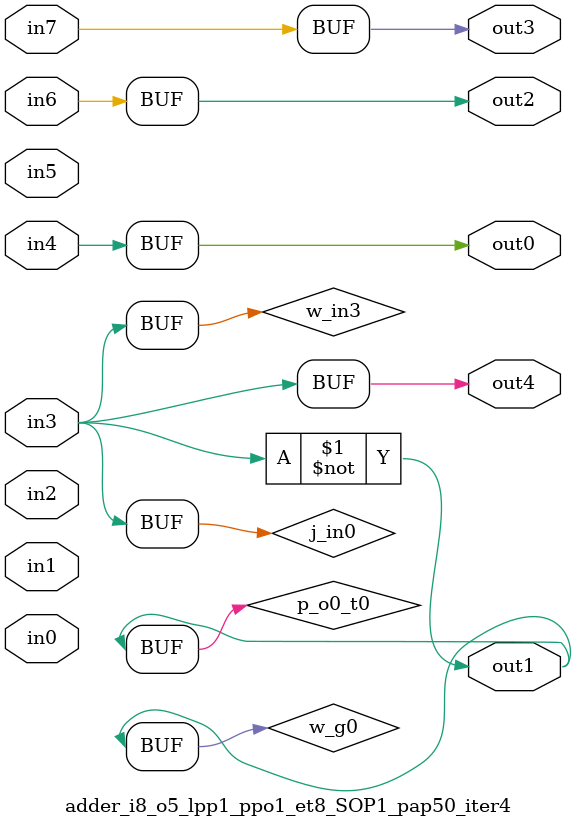
<source format=v>
module adder_i8_o5_lpp1_ppo1_et8_SOP1_pap50_iter4 (in0, in1, in2, in3, in4, in5, in6, in7, out0, out1, out2, out3, out4);
//input/output declarations
input in0, in1, in2, in3, in4, in5, in6, in7;
output out0, out1, out2, out3, out4;
//intact gates wires 
	//no intact gates detected!
//annotated subgraph inputs
wire w_in3;
//annotated subgraph outputs
wire w_g0;
//json input wires
wire j_in0;
//json model
wire p_o0_t0;
//subgraph inputs assigns
assign w_in3 = in3;
//mapping subgraph inputs to json inputs
assign j_in0 = w_in3;
//json model assigns (approximated/XPATed part)
assign p_o0_t0 = ~j_in0;
assign w_g0 = p_o0_t0;
// intact gates assigns
// output assigns
assign out0 = in4;
assign out1 = w_g0;
assign out2 = in6;
assign out3 = in7;
assign out4 = w_in3;
endmodule
</source>
